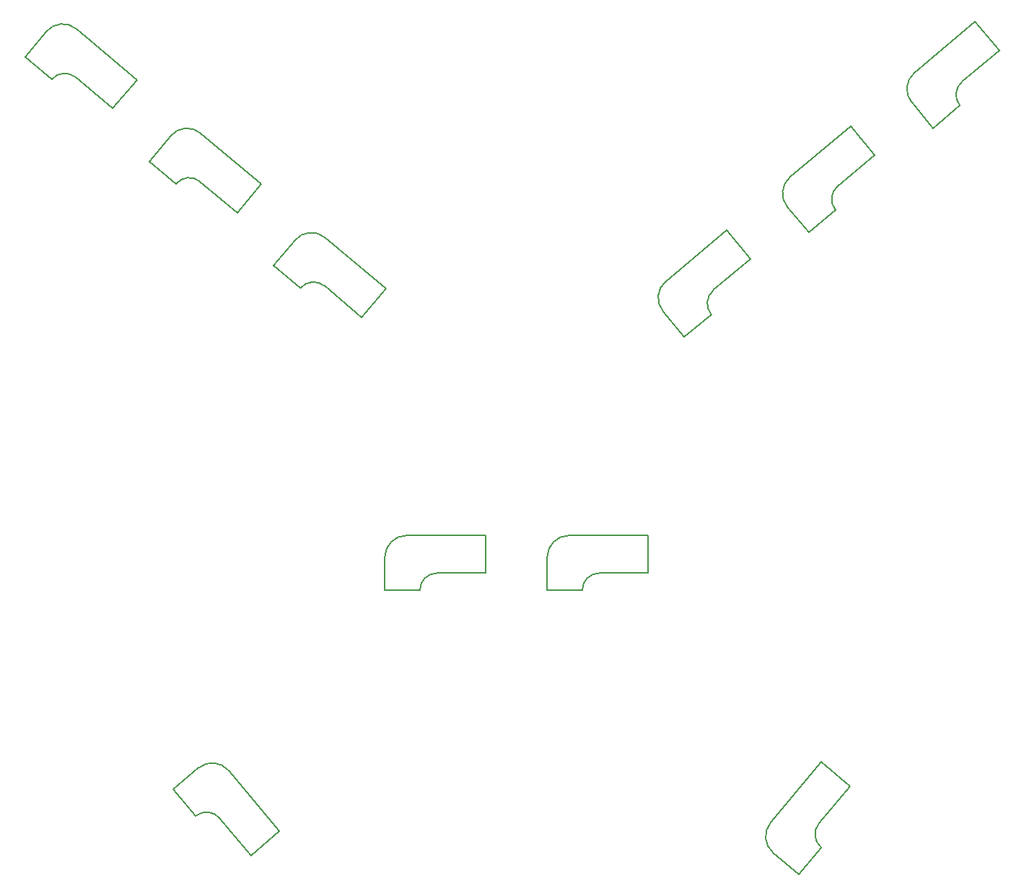
<source format=gbr>
%TF.GenerationSoftware,KiCad,Pcbnew,7.0.5*%
%TF.CreationDate,2023-07-04T17:16:00-06:00*%
%TF.ProjectId,keyboard,6b657962-6f61-4726-942e-6b696361645f,0.1*%
%TF.SameCoordinates,Original*%
%TF.FileFunction,Legend,Bot*%
%TF.FilePolarity,Positive*%
%FSLAX46Y46*%
G04 Gerber Fmt 4.6, Leading zero omitted, Abs format (unit mm)*
G04 Created by KiCad (PCBNEW 7.0.5) date 2023-07-04 17:16:00*
%MOMM*%
%LPD*%
G01*
G04 APERTURE LIST*
%ADD10C,0.127000*%
G04 APERTURE END LIST*
D10*
%TO.C,SW6*%
X76900000Y-93300000D02*
X76900000Y-97200000D01*
X76900000Y-97200000D02*
X81000000Y-97200000D01*
X83000000Y-95200000D02*
X88700000Y-95200000D01*
X88700000Y-90800000D02*
X79400000Y-90800000D01*
X88700000Y-90800000D02*
X88700000Y-95200000D01*
X79400000Y-90800000D02*
G75*
G03*
X76900000Y-93300000I3J-2500003D01*
G01*
X83000000Y-95200000D02*
G75*
G03*
X81000000Y-97200000I-1J-1999999D01*
G01*
%TO.C,SW9*%
X124128167Y-52240919D02*
X126635039Y-55228493D01*
X126635039Y-55228493D02*
X129775821Y-52593064D01*
X130022334Y-49775399D02*
X134388788Y-46111510D01*
X131560522Y-42740915D02*
X124436309Y-48718839D01*
X131560522Y-42740915D02*
X134388788Y-46111510D01*
X124436310Y-48718840D02*
G75*
G03*
X124128167Y-52240919I1606972J-1915111D01*
G01*
X130022334Y-49775399D02*
G75*
G03*
X129775821Y-52593064I1285574J-1532089D01*
G01*
%TO.C,SW8*%
X109535022Y-64486023D02*
X112041894Y-67473597D01*
X112041894Y-67473597D02*
X115182676Y-64838168D01*
X115429189Y-62020503D02*
X119795643Y-58356614D01*
X116967377Y-54986019D02*
X109843164Y-60963943D01*
X116967377Y-54986019D02*
X119795643Y-58356614D01*
X109843165Y-60963944D02*
G75*
G03*
X109535022Y-64486023I1606972J-1915111D01*
G01*
X115429189Y-62020503D02*
G75*
G03*
X115182676Y-64838168I1285574J-1532089D01*
G01*
%TO.C,SW7*%
X95950000Y-93300000D02*
X95950000Y-97200000D01*
X95950000Y-97200000D02*
X100050000Y-97200000D01*
X102050000Y-95200000D02*
X107750000Y-95200000D01*
X107750000Y-90800000D02*
X98450000Y-90800000D01*
X107750000Y-90800000D02*
X107750000Y-95200000D01*
X98450000Y-90800000D02*
G75*
G03*
X95950000Y-93300000I3J-2500003D01*
G01*
X102050000Y-95200000D02*
G75*
G03*
X100050000Y-97200000I-1J-1999999D01*
G01*
%TO.C,SW11*%
X122454681Y-128026745D02*
X125442254Y-130533616D01*
X125442254Y-130533616D02*
X128077683Y-127392834D01*
X127831169Y-124575170D02*
X131495059Y-120208717D01*
X128124463Y-117380451D02*
X122146538Y-124504665D01*
X128124463Y-117380451D02*
X131495059Y-120208717D01*
X122146538Y-124504665D02*
G75*
G03*
X122454682Y-128026744I1915114J-1606968D01*
G01*
X127831169Y-124575170D02*
G75*
G03*
X128077683Y-127392834I1532088J-1285575D01*
G01*
%TO.C,SW4*%
X66356401Y-56129784D02*
X63849530Y-59117357D01*
X63849530Y-59117357D02*
X66990312Y-61752786D01*
X69807976Y-61506272D02*
X74174429Y-65170162D01*
X77002695Y-61799566D02*
X69878481Y-55821641D01*
X77002695Y-61799566D02*
X74174429Y-65170162D01*
X69878481Y-55821641D02*
G75*
G03*
X66356402Y-56129785I-1606968J-1915114D01*
G01*
X69807976Y-61506272D02*
G75*
G03*
X66990312Y-61752786I-1285575J-1532088D01*
G01*
%TO.C,SW5*%
X55039081Y-118068167D02*
X52051507Y-120575039D01*
X52051507Y-120575039D02*
X54686936Y-123715821D01*
X57504601Y-123962334D02*
X61168490Y-128328788D01*
X64539085Y-125500522D02*
X58561161Y-118376309D01*
X64539085Y-125500522D02*
X61168490Y-128328788D01*
X58561160Y-118376310D02*
G75*
G03*
X55039081Y-118068167I-1915111J-1606972D01*
G01*
X57504601Y-123962334D02*
G75*
G03*
X54686936Y-123715821I-1532089J-1285574D01*
G01*
%TO.C,SW3*%
X51763255Y-43884681D02*
X49256384Y-46872254D01*
X49256384Y-46872254D02*
X52397166Y-49507683D01*
X55214830Y-49261169D02*
X59581283Y-52925059D01*
X62409549Y-49554463D02*
X55285335Y-43576538D01*
X62409549Y-49554463D02*
X59581283Y-52925059D01*
X55285335Y-43576538D02*
G75*
G03*
X51763256Y-43884682I-1606968J-1915114D01*
G01*
X55214830Y-49261169D02*
G75*
G03*
X52397166Y-49507683I-1285575J-1532088D01*
G01*
%TO.C,SW2*%
X37170108Y-31639574D02*
X34663237Y-34627147D01*
X34663237Y-34627147D02*
X37804019Y-37262576D01*
X40621683Y-37016062D02*
X44988136Y-40679952D01*
X47816402Y-37309356D02*
X40692188Y-31331431D01*
X47816402Y-37309356D02*
X44988136Y-40679952D01*
X40692188Y-31331431D02*
G75*
G03*
X37170109Y-31639575I-1606968J-1915114D01*
G01*
X40621683Y-37016062D02*
G75*
G03*
X37804019Y-37262576I-1285575J-1532088D01*
G01*
%TO.C,SW10*%
X138721315Y-39995814D02*
X141228187Y-42983388D01*
X141228187Y-42983388D02*
X144368969Y-40347959D01*
X144615482Y-37530294D02*
X148981936Y-33866405D01*
X146153670Y-30495810D02*
X139029457Y-36473734D01*
X146153670Y-30495810D02*
X148981936Y-33866405D01*
X139029458Y-36473735D02*
G75*
G03*
X138721315Y-39995814I1606972J-1915111D01*
G01*
X144615482Y-37530294D02*
G75*
G03*
X144368969Y-40347959I1285574J-1532089D01*
G01*
%TD*%
M02*

</source>
